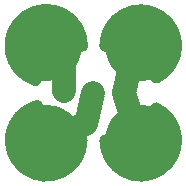
<source format=gbl>
%TF.GenerationSoftware,KiCad,Pcbnew,4.0.7-e2-6376~58~ubuntu16.04.1*%
%TF.CreationDate,2017-10-07T15:06:41-07:00*%
%TF.ProjectId,2x2-Servo-Header,3278322D536572766F2D486561646572,v1.1*%
%TF.FileFunction,Copper,L2,Bot,Signal*%
%FSLAX46Y46*%
G04 Gerber Fmt 4.6, Leading zero omitted, Abs format (unit mm)*
G04 Created by KiCad (PCBNEW 4.0.7-e2-6376~58~ubuntu16.04.1) date Sat Oct  7 15:06:41 2017*
%MOMM*%
%LPD*%
G01*
G04 APERTURE LIST*
%ADD10C,0.350000*%
%ADD11C,2.000000*%
%ADD12C,1.000000*%
%ADD13C,1.651000*%
%ADD14C,6.000000*%
%ADD15C,0.350000*%
G04 APERTURE END LIST*
D10*
D11*
X30359400Y-33515400D02*
X29359400Y-30315400D01*
X24259400Y-30115400D02*
X24259400Y-27515400D01*
X26159400Y-32915400D02*
X26759400Y-30315400D01*
X26159400Y-32915400D02*
X22359400Y-34315400D01*
X29359400Y-30315400D02*
X29959400Y-27715400D01*
D12*
X25795843Y-26312298D02*
G75*
G03X21859400Y-29215400I-3036443J-3102D01*
G01*
X32102677Y-28997863D02*
G75*
G03X27759400Y-26315400I-1343277J2682463D01*
G01*
X27762739Y-34320110D02*
G75*
G03X32059400Y-31615400I2996661J4710D01*
G01*
X21982943Y-31417623D02*
G75*
G03X25759400Y-34315400I776457J-2897777D01*
G01*
D13*
X26799400Y-30315400D03*
D14*
X22759400Y-34315400D03*
X22759400Y-26315400D03*
X30759400Y-26315400D03*
X30759400Y-34315400D03*
D13*
X24259400Y-30315400D03*
X29339400Y-30315400D03*
D15*
X26799400Y-30315400D03*
X22759400Y-34315400D03*
X22759400Y-26315400D03*
X30759400Y-26315400D03*
X30759400Y-34315400D03*
X24259400Y-30315400D03*
X29339400Y-30315400D03*
M02*

</source>
